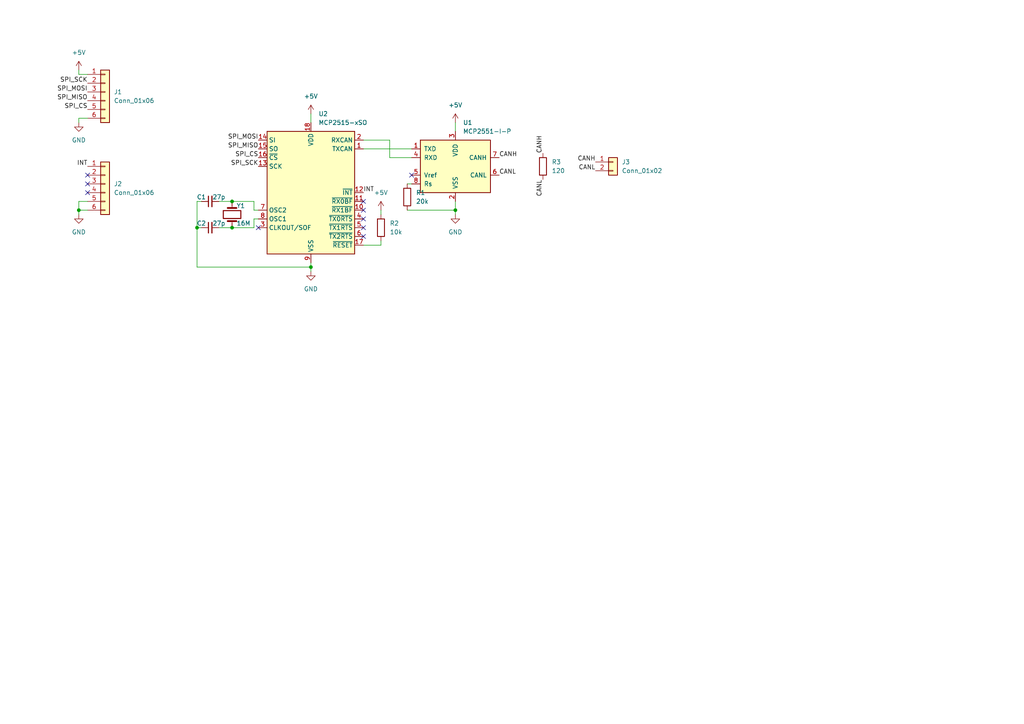
<source format=kicad_sch>
(kicad_sch (version 20231120) (generator "eeschema") (generator_version "8.0")
  (paper "A4")
  (lib_symbols
    (symbol "Connector_Generic:Conn_01x02" (pin_names (offset 1.016) hide)
      (property "Reference" "J" (at 0 2.54 0))
      (property "Value" "Conn_01x02" (at 0 -5.08 0))
      (symbol "Conn_01x02_1_1"
        (rectangle (start -1.27 -2.413) (end 0 -2.667) (stroke (width 0.1524)))
        (rectangle (start -1.27 0.127) (end 0 -0.127) (stroke (width 0.1524)))
        (rectangle (start -1.27 1.27) (end 1.27 -3.81) (stroke (width 0.254)) (fill (type background)))
        (pin passive line (at -5.08 0 0) (length 3.81) (name "Pin_1") (number "1"))
        (pin passive line (at -5.08 -2.54 0) (length 3.81) (name "Pin_2") (number "2"))
      )
    )
    (symbol "Connector_Generic:Conn_01x06" (pin_names (offset 1.016) hide)
      (property "Reference" "J" (at 0 7.62 0))
      (property "Value" "Conn_01x06" (at 0 -10.16 0))
      (symbol "Conn_01x06_1_1"
        (rectangle (start -1.27 -7.493) (end 0 -7.747) (stroke (width 0.1524)))
        (rectangle (start -1.27 -4.953) (end 0 -5.207) (stroke (width 0.1524)))
        (rectangle (start -1.27 -2.413) (end 0 -2.667) (stroke (width 0.1524)))
        (rectangle (start -1.27 0.127) (end 0 -0.127) (stroke (width 0.1524)))
        (rectangle (start -1.27 2.667) (end 0 2.413) (stroke (width 0.1524)))
        (rectangle (start -1.27 5.207) (end 0 4.953) (stroke (width 0.1524)))
        (rectangle (start -1.27 6.35) (end 1.27 -8.89) (stroke (width 0.254)) (fill (type background)))
        (pin passive line (at -5.08 5.08 0) (length 3.81) (name "Pin_1") (number "1"))
        (pin passive line (at -5.08 2.54 0) (length 3.81) (name "Pin_2") (number "2"))
        (pin passive line (at -5.08 0 0) (length 3.81) (name "Pin_3") (number "3"))
        (pin passive line (at -5.08 -2.54 0) (length 3.81) (name "Pin_4") (number "4"))
        (pin passive line (at -5.08 -5.08 0) (length 3.81) (name "Pin_5") (number "5"))
        (pin passive line (at -5.08 -7.62 0) (length 3.81) (name "Pin_6") (number "6"))
      )
    )
    (symbol "Device:C_Small" (pin_numbers hide) (pin_names (offset 0.254) hide)
      (property "Reference" "C" (at 0.254 1.778 0))
      (property "Value" "C_Small" (at 0.254 -2.032 0))
      (symbol "C_Small_0_1"
        (polyline (pts (xy -1.524 -0.508) (xy 1.524 -0.508)) (stroke (width 0.3302)))
        (polyline (pts (xy -1.524 0.508) (xy 1.524 0.508)) (stroke (width 0.3048)))
      )
      (symbol "C_Small_1_1"
        (pin passive line (at 0 2.54 270) (length 2.032) (name "~") (number "1"))
        (pin passive line (at 0 -2.54 90) (length 2.032) (name "~") (number "2"))
      )
    )
    (symbol "Device:Crystal" (pin_numbers hide) (pin_names (offset 1.016) hide)
      (property "Reference" "Y" (at 0 3.81 0))
      (property "Value" "Crystal" (at 0 -3.81 0))
      (symbol "Crystal_0_1"
        (rectangle (start -1.143 2.54) (end 1.143 -2.54) (stroke (width 0.3048)))
        (polyline (pts (xy -2.54 0) (xy -1.905 0)))
        (polyline (pts (xy -1.905 -1.27) (xy -1.905 1.27)) (stroke (width 0.508)))
        (polyline (pts (xy 1.905 -1.27) (xy 1.905 1.27)) (stroke (width 0.508)))
        (polyline (pts (xy 2.54 0) (xy 1.905 0)))
      )
      (symbol "Crystal_1_1"
        (pin passive line (at -3.81 0 0) (length 1.27) (name "1") (number "1"))
        (pin passive line (at 3.81 0 180) (length 1.27) (name "2") (number "2"))
      )
    )
    (symbol "Device:R" (pin_numbers hide) (pin_names (offset 0))
      (property "Reference" "R" (at 2.032 0 90))
      (property "Value" "R" (at 0 0 90))
      (symbol "R_0_1"
        (rectangle (start -1.016 -2.54) (end 1.016 2.54) (stroke (width 0.254)))
      )
      (symbol "R_1_1"
        (pin passive line (at 0 3.81 270) (length 1.27) (name "~") (number "1"))
        (pin passive line (at 0 -3.81 90) (length 1.27) (name "~") (number "2"))
      )
    )
    (symbol "Interface_CAN_LIN:MCP2515-xSO"
      (property "Reference" "U" (at -10.16 19.685 0))
      (property "Value" "MCP2515-xSO" (at 19.05 20.32 0))
      (symbol "MCP2515-xSO_0_1"
        (rectangle (start -12.7 17.78) (end 12.7 -17.78) (stroke (width 0.254)) (fill (type background)))
      )
      (symbol "MCP2515-xSO_1_1"
        (pin output line (at 15.24 12.7 180) (length 2.54) (name "TXCAN") (number "1"))
        (pin output line (at 15.24 -5.08 180) (length 2.54) (name "~{RX1BF}") (number "10"))
        (pin output line (at 15.24 -2.54 180) (length 2.54) (name "~{RX0BF}") (number "11"))
        (pin output line (at 15.24 0 180) (length 2.54) (name "~{INT}") (number "12"))
        (pin input line (at -15.24 7.62 0) (length 2.54) (name "SCK") (number "13"))
        (pin input line (at -15.24 15.24 0) (length 2.54) (name "SI") (number "14"))
        (pin output line (at -15.24 12.7 0) (length 2.54) (name "SO") (number "15"))
        (pin input line (at -15.24 10.16 0) (length 2.54) (name "~{CS}") (number "16"))
        (pin input line (at 15.24 -15.24 180) (length 2.54) (name "~{RESET}") (number "17"))
        (pin power_in line (at 0 20.32 270) (length 2.54) (name "VDD") (number "18"))
        (pin input line (at 15.24 15.24 180) (length 2.54) (name "RXCAN") (number "2"))
        (pin output line (at -15.24 -10.16 0) (length 2.54) (name "CLKOUT/SOF") (number "3"))
        (pin input line (at 15.24 -7.62 180) (length 2.54) (name "~{TX0RTS}") (number "4"))
        (pin input line (at 15.24 -10.16 180) (length 2.54) (name "~{TX1RTS}") (number "5"))
        (pin input line (at 15.24 -12.7 180) (length 2.54) (name "~{TX2RTS}") (number "6"))
        (pin output line (at -15.24 -5.08 0) (length 2.54) (name "OSC2") (number "7"))
        (pin input line (at -15.24 -7.62 0) (length 2.54) (name "OSC1") (number "8"))
        (pin power_in line (at 0 -20.32 90) (length 2.54) (name "VSS") (number "9"))
      )
    )
    (symbol "Interface_CAN_LIN:MCP2551-I-P" (pin_names (offset 1.016))
      (property "Reference" "U" (at -10.16 8.89 0))
      (property "Value" "MCP2551-I-P" (at 2.54 8.89 0))
      (symbol "MCP2551-I-P_0_1"
        (rectangle (start -10.16 7.62) (end 10.16 -7.62) (stroke (width 0.254)) (fill (type background)))
      )
      (symbol "MCP2551-I-P_1_1"
        (pin input line (at -12.7 5.08 0) (length 2.54) (name "TXD") (number "1"))
        (pin power_in line (at 0 -10.16 90) (length 2.54) (name "VSS") (number "2"))
        (pin power_in line (at 0 10.16 270) (length 2.54) (name "VDD") (number "3"))
        (pin output line (at -12.7 2.54 0) (length 2.54) (name "RXD") (number "4"))
        (pin power_out line (at -12.7 -2.54 0) (length 2.54) (name "Vref") (number "5"))
        (pin bidirectional line (at 12.7 -2.54 180) (length 2.54) (name "CANL") (number "6"))
        (pin bidirectional line (at 12.7 2.54 180) (length 2.54) (name "CANH") (number "7"))
        (pin input line (at -12.7 -5.08 0) (length 2.54) (name "Rs") (number "8"))
      )
    )
    (symbol "power:+5V" (power) (pin_names (offset 0))
      (property "Value" "+5V" (at 0 3.556 0))
      (symbol "+5V_0_1"
        (polyline (pts (xy -0.762 1.27) (xy 0 2.54)))
        (polyline (pts (xy 0 0) (xy 0 2.54)))
        (polyline (pts (xy 0 2.54) (xy 0.762 1.27)))
      )
      (symbol "+5V_1_1"
        (pin power_in line (at 0 0 90) (length 0) hide (name "+5V") (number "1"))
      )
    )
    (symbol "power:GND" (power) (pin_names (offset 0))
      (property "Value" "GND" (at 0 -3.81 0))
      (symbol "GND_0_1"
        (polyline (pts (xy 0 0) (xy 0 -1.27) (xy 1.27 -1.27) (xy 0 -2.54) (xy -1.27 -1.27) (xy 0 -1.27)))
      )
      (symbol "GND_1_1"
        (pin power_in line (at 0 0 270) (length 0) hide (name "GND") (number "1"))
      )
    )
  )
  (junction (at 67.31 66.04))
  (junction (at 22.86 60.96))
  (junction (at 67.31 58.42))
  (junction (at 57.15 66.04))
  (junction (at 90.17 77.47))
  (junction (at 132.08 60.96))
  (no_connect (at 25.4 50.8))
  (no_connect (at 25.4 55.88))
  (no_connect (at 105.41 66.04))
  (no_connect (at 105.41 60.96))
  (no_connect (at 25.4 53.34))
  (no_connect (at 119.38 50.8))
  (no_connect (at 105.41 63.5))
  (no_connect (at 105.41 58.42))
  (no_connect (at 105.41 68.58))
  (no_connect (at 74.93 66.04))
  (wire (pts (xy 73.66 66.04) (xy 67.31 66.04)))
  (wire (pts (xy 113.03 45.72) (xy 113.03 40.64)))
  (wire (pts (xy 57.15 58.42) (xy 57.15 66.04)))
  (wire (pts (xy 25.4 58.42) (xy 22.86 58.42)))
  (wire (pts (xy 132.08 35.56) (xy 132.08 38.1)))
  (wire (pts (xy 22.86 60.96) (xy 22.86 62.23)))
  (wire (pts (xy 90.17 77.47) (xy 90.17 78.74)))
  (wire (pts (xy 105.41 43.18) (xy 119.38 43.18)))
  (wire (pts (xy 73.66 58.42) (xy 67.31 58.42)))
  (wire (pts (xy 118.11 60.96) (xy 132.08 60.96)))
  (wire (pts (xy 57.15 66.04) (xy 57.15 77.47)))
  (wire (pts (xy 110.49 71.12) (xy 105.41 71.12)))
  (wire (pts (xy 22.86 21.59) (xy 25.4 21.59)))
  (wire (pts (xy 119.38 45.72) (xy 113.03 45.72)))
  (wire (pts (xy 132.08 58.42) (xy 132.08 60.96)))
  (wire (pts (xy 57.15 77.47) (xy 90.17 77.47)))
  (wire (pts (xy 113.03 40.64) (xy 105.41 40.64)))
  (wire (pts (xy 25.4 60.96) (xy 22.86 60.96)))
  (wire (pts (xy 63.5 58.42) (xy 67.31 58.42)))
  (wire (pts (xy 90.17 33.02) (xy 90.17 35.56)))
  (wire (pts (xy 73.66 60.96) (xy 73.66 58.42)))
  (wire (pts (xy 63.5 66.04) (xy 67.31 66.04)))
  (wire (pts (xy 73.66 63.5) (xy 73.66 66.04)))
  (wire (pts (xy 110.49 60.96) (xy 110.49 62.23)))
  (wire (pts (xy 57.15 58.42) (xy 58.42 58.42)))
  (wire (pts (xy 25.4 34.29) (xy 22.86 34.29)))
  (wire (pts (xy 22.86 34.29) (xy 22.86 35.56)))
  (wire (pts (xy 90.17 76.2) (xy 90.17 77.47)))
  (wire (pts (xy 22.86 20.32) (xy 22.86 21.59)))
  (wire (pts (xy 22.86 58.42) (xy 22.86 60.96)))
  (wire (pts (xy 74.93 60.96) (xy 73.66 60.96)))
  (wire (pts (xy 132.08 60.96) (xy 132.08 62.23)))
  (wire (pts (xy 110.49 69.85) (xy 110.49 71.12)))
  (wire (pts (xy 119.38 53.34) (xy 118.11 53.34)))
  (wire (pts (xy 74.93 63.5) (xy 73.66 63.5)))
  (wire (pts (xy 57.15 66.04) (xy 58.42 66.04)))
  (label "SPI_MOSI" (at 25.4 26.67 180))
  (label "SPI_MOSI" (at 74.93 40.64 180))
  (label "CANH" (at 157.48 44.45 90))
  (label "SPI_CS" (at 25.4 31.75 180))
  (label "CANH" (at 144.78 45.72 0))
  (label "CANL" (at 172.72 49.53 180))
  (label "INT" (at 25.4 48.26 180))
  (label "CANH" (at 172.72 46.99 180))
  (label "CANL" (at 157.48 52.07 270))
  (label "SPI_SCK" (at 25.4 24.13 180))
  (label "SPI_MISO" (at 74.93 43.18 180))
  (label "SPI_MISO" (at 25.4 29.21 180))
  (label "SPI_CS" (at 74.93 45.72 180))
  (label "CANL" (at 144.78 50.8 0))
  (label "SPI_SCK" (at 74.93 48.26 180))
  (label "INT" (at 105.41 55.88 0))
  (symbol (lib_id "power:+5V") (at 132.08 35.56 0) (unit 1)
    (property "Reference" "#PWR04" (effects (hide yes)))
    (property "Value" "+5V" (at 132.08 30.48 0))
  )
  (symbol (lib_id "power:GND") (at 22.86 62.23 0) (unit 1)
    (property "Reference" "#PWR07" (effects (hide yes)))
    (property "Value" "GND" (at 22.86 67.31 0))
  )
  (symbol (lib_id "Connector_Generic:Conn_01x06") (at 30.48 26.67 0) (unit 1)
    (property "Reference" "J1" (at 33.02 26.67 0) (effects (justify left)))
    (property "Value" "Conn_01x06" (at 33.02 29.21 0) (effects (justify left)))
    (property "Footprint" "Connector_JST:JST_XA_B06B-XASK-1_1x06_P2.50mm_Vertical" (effects (hide yes)))
  )
  (symbol (lib_id "Interface_CAN_LIN:MCP2515-xSO") (at 90.17 55.88 0) (unit 1)
    (property "Reference" "U2" (at 92.3641 33.02 0) (effects (justify left)))
    (property "Value" "MCP2515-xSO" (at 92.3641 35.56 0) (effects (justify left)))
    (property "Footprint" "Package_DIP:DIP-18_W7.62mm" (effects (hide yes)))
    (property "Datasheet" "http://ww1.microchip.com/downloads/en/DeviceDoc/21801e.pdf" (effects (hide yes)))
  )
  (symbol (lib_id "Device:R") (at 118.11 57.15 0) (unit 1)
    (property "Reference" "R1" (at 120.65 55.88 0) (effects (justify left)))
    (property "Value" "20k" (at 120.65 58.42 0) (effects (justify left)))
    (property "Footprint" "Resistor_THT:R_Axial_DIN0207_L6.3mm_D2.5mm_P7.62mm_Horizontal" (effects (hide yes)))
  )
  (symbol (lib_id "Interface_CAN_LIN:MCP2551-I-P") (at 132.08 48.26 0) (unit 1)
    (property "Reference" "U1" (at 134.2741 35.56 0) (effects (justify left)))
    (property "Value" "MCP2551-I-P" (at 134.2741 38.1 0) (effects (justify left)))
    (property "Footprint" "Package_DIP:DIP-8_W7.62mm" (effects (hide yes)))
    (property "Datasheet" "http://ww1.microchip.com/downloads/en/devicedoc/21667d.pdf" (effects (hide yes)))
  )
  (symbol (lib_id "Device:R") (at 157.48 48.26 0) (unit 1)
    (property "Reference" "R3" (at 160.02 46.99 0) (effects (justify left)))
    (property "Value" "120" (at 160.02 49.53 0) (effects (justify left)))
    (property "Footprint" "Resistor_THT:R_Axial_DIN0207_L6.3mm_D2.5mm_P7.62mm_Horizontal" (effects (hide yes)))
  )
  (symbol (lib_id "power:+5V") (at 110.49 60.96 0) (unit 1)
    (property "Reference" "#PWR08" (effects (hide yes)))
    (property "Value" "+5V" (at 110.49 55.88 0))
  )
  (symbol (lib_id "power:GND") (at 90.17 78.74 0) (unit 1)
    (property "Reference" "#PWR05" (effects (hide yes)))
    (property "Value" "GND" (at 90.17 83.82 0))
  )
  (symbol (lib_id "power:GND") (at 22.86 35.56 0) (unit 1)
    (property "Reference" "#PWR02" (effects (hide yes)))
    (property "Value" "GND" (at 22.86 40.64 0))
  )
  (symbol (lib_id "Device:Crystal") (at 67.31 62.23 270) (unit 1)
    (property "Reference" "Y1" (at 68.58 59.69 90) (effects (justify left)))
    (property "Value" "16M" (at 68.58 64.77 90) (effects (justify left)))
    (property "Footprint" "Crystal:Crystal_HC49-U_Vertical" (effects (hide yes)))
  )
  (symbol (lib_id "Device:C_Small") (at 60.96 66.04 90) (unit 1)
    (property "Reference" "C2" (at 58.42 64.77 90))
    (property "Value" "27p" (at 63.5 64.77 90))
    (property "Footprint" "Capacitor_THT:C_Disc_D5.1mm_W3.2mm_P5.00mm" (effects (hide yes)))
  )
  (symbol (lib_id "power:GND") (at 132.08 62.23 0) (unit 1)
    (property "Reference" "#PWR06" (effects (hide yes)))
    (property "Value" "GND" (at 132.08 67.31 0))
  )
  (symbol (lib_id "Device:R") (at 110.49 66.04 0) (unit 1)
    (property "Reference" "R2" (at 113.03 64.77 0) (effects (justify left)))
    (property "Value" "10k" (at 113.03 67.31 0) (effects (justify left)))
    (property "Footprint" "Resistor_THT:R_Axial_DIN0207_L6.3mm_D2.5mm_P7.62mm_Horizontal" (effects (hide yes)))
  )
  (symbol (lib_id "Connector_Generic:Conn_01x06") (at 30.48 53.34 0) (unit 1)
    (property "Reference" "J2" (at 33.02 53.34 0) (effects (justify left)))
    (property "Value" "Conn_01x06" (at 33.02 55.88 0) (effects (justify left)))
    (property "Footprint" "Connector_JST:JST_XA_B06B-XASK-1_1x06_P2.50mm_Vertical" (effects (hide yes)))
  )
  (symbol (lib_id "Connector_Generic:Conn_01x02") (at 177.8 46.99 0) (unit 1)
    (property "Reference" "J3" (at 180.34 46.99 0) (effects (justify left)))
    (property "Value" "Conn_01x02" (at 180.34 49.53 0) (effects (justify left)))
    (property "Footprint" "CAN PCB Footprints:ATF13-2P-BM03" (effects (hide yes)))
  )
  (symbol (lib_id "power:+5V") (at 90.17 33.02 0) (unit 1)
    (property "Reference" "#PWR03" (effects (hide yes)))
    (property "Value" "+5V" (at 90.17 27.94 0))
  )
  (symbol (lib_id "power:+5V") (at 22.86 20.32 0) (unit 1)
    (property "Reference" "#PWR01" (effects (hide yes)))
    (property "Value" "+5V" (at 22.86 15.24 0))
  )
  (symbol (lib_id "Device:C_Small") (at 60.96 58.42 90) (unit 1)
    (property "Reference" "C1" (at 58.42 57.15 90))
    (property "Value" "27p" (at 63.5 57.15 90))
    (property "Footprint" "Capacitor_THT:C_Disc_D5.1mm_W3.2mm_P5.00mm" (effects (hide yes)))
  )
)
</source>
